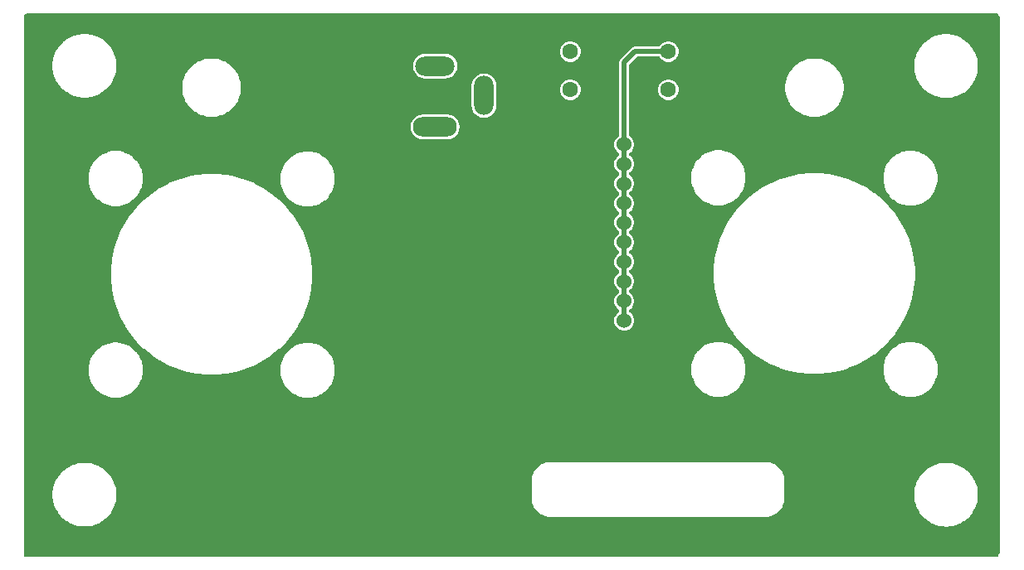
<source format=gbl>
G04*
G04 #@! TF.GenerationSoftware,Altium Limited,CircuitMaker,2.2.1 (2.2.1.6)*
G04*
G04 Layer_Physical_Order=2*
G04 Layer_Color=11436288*
%FSLAX25Y25*%
%MOIN*%
G70*
G04*
G04 #@! TF.SameCoordinates,1CA14471-211C-46C3-BCAE-CC66E2904901*
G04*
G04*
G04 #@! TF.FilePolarity,Positive*
G04*
G01*
G75*
%ADD10C,0.01968*%
%ADD20O,0.07874X0.15748*%
%ADD21O,0.15748X0.07874*%
%ADD22O,0.17716X0.07874*%
%ADD23C,0.06000*%
%ADD24C,0.06299*%
G36*
X390651Y218423D02*
X391147Y218091D01*
X391291Y218062D01*
X391319Y217919D01*
X391651Y217423D01*
X391732Y217368D01*
Y1136D01*
X391651Y1081D01*
X391319Y585D01*
X391203Y0D01*
X0D01*
Y217974D01*
X585Y218091D01*
X1081Y218423D01*
X1136Y218504D01*
X390596D01*
X390651Y218423D01*
D02*
G37*
%LPC*%
G36*
X24926Y210224D02*
X24154Y210224D01*
X24154Y210224D01*
X23382Y210224D01*
X23316Y210211D01*
X23249Y210215D01*
X21717Y210014D01*
X21654Y209992D01*
X21587Y209988D01*
X20095Y209588D01*
X20034Y209558D01*
X19968Y209545D01*
X18541Y208954D01*
X18486Y208917D01*
X18422Y208895D01*
X17084Y208123D01*
X17034Y208079D01*
X16973Y208049D01*
X15748Y207108D01*
X15704Y207058D01*
X15648Y207021D01*
X14556Y205928D01*
X14518Y205873D01*
X14468Y205828D01*
X13528Y204603D01*
X13498Y204543D01*
X13453Y204492D01*
X12681Y203154D01*
X12660Y203091D01*
X12622Y203035D01*
X12031Y201608D01*
X12018Y201542D01*
X11988Y201482D01*
X11588Y199990D01*
X11584Y199923D01*
X11563Y199859D01*
X11361Y198328D01*
X11365Y198260D01*
X11352Y198195D01*
Y197422D01*
X11352Y196650D01*
X11365Y196584D01*
X11361Y196517D01*
X11563Y194986D01*
X11584Y194922D01*
X11588Y194855D01*
X11988Y193363D01*
X12018Y193303D01*
X12031Y193237D01*
X12622Y191810D01*
X12660Y191754D01*
X12681Y191690D01*
X13453Y190353D01*
X13498Y190302D01*
X13528Y190242D01*
X14468Y189016D01*
X14518Y188972D01*
X14556Y188916D01*
X15648Y187824D01*
X15704Y187787D01*
X15748Y187736D01*
X16973Y186796D01*
X17034Y186766D01*
X17084Y186722D01*
X18422Y185950D01*
X18485Y185928D01*
X18541Y185890D01*
X19968Y185299D01*
X20034Y185286D01*
X20095Y185257D01*
X21587Y184857D01*
X21654Y184852D01*
X21717Y184831D01*
X23249Y184629D01*
X23316Y184634D01*
X23382Y184620D01*
X24154Y184620D01*
X24926Y184620D01*
X24992Y184634D01*
X25059Y184629D01*
X26591Y184831D01*
X26654Y184852D01*
X26721Y184857D01*
X28213Y185257D01*
X28274Y185286D01*
X28339Y185299D01*
X29766Y185890D01*
X29822Y185928D01*
X29886Y185949D01*
X31224Y186722D01*
X31274Y186766D01*
X31335Y186796D01*
X32560Y187736D01*
X32604Y187786D01*
X32660Y187824D01*
X33752Y188916D01*
X33790Y188972D01*
X33840Y189016D01*
X34780Y190242D01*
X34810Y190302D01*
X34855Y190352D01*
X35627Y191690D01*
X35649Y191754D01*
X35686Y191810D01*
X36277Y193237D01*
X36290Y193303D01*
X36320Y193363D01*
X36720Y194855D01*
X36724Y194922D01*
X36746Y194986D01*
X36947Y196517D01*
X36943Y196584D01*
X36956Y196650D01*
X36956Y197422D01*
X36956Y197423D01*
X36956Y198195D01*
X36943Y198260D01*
X36947Y198328D01*
X36745Y199859D01*
X36724Y199923D01*
X36719Y199990D01*
X36320Y201482D01*
X36290Y201542D01*
X36277Y201608D01*
X35686Y203035D01*
X35648Y203091D01*
X35627Y203154D01*
X34855Y204492D01*
X34810Y204542D01*
X34780Y204603D01*
X33840Y205828D01*
X33790Y205873D01*
X33752Y205928D01*
X32660Y207021D01*
X32604Y207058D01*
X32560Y207108D01*
X31335Y208049D01*
X31274Y208079D01*
X31224Y208123D01*
X29886Y208895D01*
X29822Y208917D01*
X29766Y208954D01*
X28340Y209545D01*
X28274Y209558D01*
X28213Y209588D01*
X26721Y209988D01*
X26654Y209992D01*
X26591Y210014D01*
X25059Y210215D01*
X24992Y210211D01*
X24926Y210224D01*
D02*
G37*
G36*
X370993Y210077D02*
X370221Y210077D01*
X370221Y210077D01*
X369448Y210077D01*
X369383Y210064D01*
X369315Y210069D01*
X367784Y209867D01*
X367720Y209845D01*
X367653Y209841D01*
X366161Y209441D01*
X366101Y209412D01*
X366035Y209398D01*
X364608Y208807D01*
X364552Y208770D01*
X364489Y208748D01*
X363151Y207976D01*
X363100Y207932D01*
X363040Y207902D01*
X361815Y206962D01*
X361770Y206911D01*
X361715Y206874D01*
X360622Y205782D01*
X360585Y205726D01*
X360535Y205681D01*
X359594Y204456D01*
X359564Y204396D01*
X359520Y204345D01*
X358748Y203008D01*
X358726Y202944D01*
X358689Y202888D01*
X358098Y201461D01*
X358085Y201395D01*
X358055Y201335D01*
X357655Y199843D01*
X357651Y199776D01*
X357629Y199712D01*
X357428Y198181D01*
X357432Y198114D01*
X357419Y198048D01*
Y197276D01*
X357419Y196503D01*
X357432Y196437D01*
X357428Y196370D01*
X357629Y194839D01*
X357651Y194775D01*
X357655Y194708D01*
X358055Y193216D01*
X358085Y193156D01*
X358098Y193090D01*
X358689Y191663D01*
X358726Y191607D01*
X358748Y191543D01*
X359520Y190206D01*
X359564Y190155D01*
X359594Y190095D01*
X360534Y188870D01*
X360585Y188825D01*
X360622Y188769D01*
X361714Y187677D01*
X361770Y187640D01*
X361815Y187589D01*
X363040Y186649D01*
X363100Y186619D01*
X363151Y186575D01*
X364489Y185803D01*
X364552Y185781D01*
X364608Y185744D01*
X366035Y185153D01*
X366101Y185140D01*
X366161Y185110D01*
X367653Y184710D01*
X367720Y184706D01*
X367784Y184684D01*
X369315Y184483D01*
X369383Y184487D01*
X369448Y184474D01*
X370221Y184474D01*
X370993Y184474D01*
X371059Y184487D01*
X371126Y184483D01*
X372657Y184684D01*
X372721Y184706D01*
X372788Y184710D01*
X374280Y185110D01*
X374340Y185140D01*
X374406Y185153D01*
X375833Y185744D01*
X375889Y185781D01*
X375953Y185803D01*
X377290Y186575D01*
X377341Y186619D01*
X377401Y186649D01*
X378627Y187589D01*
X378671Y187640D01*
X378727Y187677D01*
X379819Y188769D01*
X379856Y188825D01*
X379907Y188870D01*
X380847Y190095D01*
X380877Y190155D01*
X380921Y190206D01*
X381694Y191543D01*
X381715Y191607D01*
X381752Y191663D01*
X382344Y193090D01*
X382357Y193156D01*
X382386Y193216D01*
X382786Y194708D01*
X382790Y194775D01*
X382812Y194839D01*
X383014Y196370D01*
X383009Y196437D01*
X383022Y196503D01*
X383022Y197276D01*
X383022Y197276D01*
X383022Y198048D01*
X383009Y198114D01*
X383014Y198181D01*
X382812Y199712D01*
X382790Y199776D01*
X382786Y199843D01*
X382386Y201335D01*
X382357Y201395D01*
X382344Y201461D01*
X381752Y202888D01*
X381715Y202944D01*
X381694Y203008D01*
X380921Y204345D01*
X380877Y204396D01*
X380847Y204456D01*
X379907Y205681D01*
X379856Y205726D01*
X379819Y205782D01*
X378727Y206874D01*
X378671Y206911D01*
X378627Y206962D01*
X377401Y207902D01*
X377341Y207932D01*
X377290Y207976D01*
X375953Y208748D01*
X375889Y208770D01*
X375833Y208807D01*
X374406Y209398D01*
X374340Y209412D01*
X374280Y209441D01*
X372788Y209841D01*
X372721Y209845D01*
X372657Y209867D01*
X371126Y210069D01*
X371059Y210064D01*
X370993Y210077D01*
D02*
G37*
G36*
X318069Y200325D02*
X317366Y200325D01*
D01*
X316664Y200325D01*
X316598Y200312D01*
X316530Y200317D01*
X315137Y200133D01*
X315073Y200112D01*
X315006Y200107D01*
X313648Y199743D01*
X313588Y199714D01*
X313522Y199700D01*
X312223Y199163D01*
X312167Y199125D01*
X312104Y199104D01*
X310886Y198401D01*
X310836Y198356D01*
X310775Y198327D01*
X309660Y197471D01*
X309616Y197420D01*
X309560Y197383D01*
X308566Y196389D01*
X308529Y196333D01*
X308478Y196289D01*
X307623Y195174D01*
X307593Y195113D01*
X307548Y195063D01*
X306846Y193845D01*
X306824Y193782D01*
X306787Y193726D01*
X306249Y192427D01*
X306236Y192361D01*
X306206Y192301D01*
X305842Y190943D01*
X305838Y190876D01*
X305816Y190812D01*
X305633Y189419D01*
X305637Y189351D01*
X305624Y189286D01*
X305624Y188583D01*
X305624Y187880D01*
X305637Y187814D01*
X305633Y187747D01*
X305816Y186353D01*
X305838Y186290D01*
X305842Y186222D01*
X306206Y184865D01*
X306236Y184804D01*
X306249Y184738D01*
X306787Y183440D01*
X306824Y183384D01*
X306846Y183320D01*
X307548Y182103D01*
X307593Y182052D01*
X307623Y181992D01*
X308478Y180877D01*
X308529Y180832D01*
X308566Y180776D01*
X309560Y179782D01*
X309616Y179745D01*
X309660Y179694D01*
X310775Y178839D01*
X310836Y178809D01*
X310886Y178764D01*
X312104Y178062D01*
X312167Y178040D01*
X312223Y178003D01*
X313522Y177465D01*
X313588Y177452D01*
X313648Y177422D01*
X315006Y177058D01*
X315073Y177053D01*
X315137Y177032D01*
X316530Y176848D01*
X316598Y176853D01*
X316664Y176840D01*
X317366Y176840D01*
D01*
X318069Y176840D01*
X318135Y176853D01*
X318202Y176848D01*
X319596Y177032D01*
X319660Y177053D01*
X319727Y177058D01*
X321085Y177422D01*
X321145Y177451D01*
X321211Y177464D01*
X322510Y178002D01*
X322566Y178040D01*
X322629Y178061D01*
X323847Y178764D01*
X323897Y178809D01*
X323957Y178838D01*
X325073Y179694D01*
X325117Y179745D01*
X325173Y179782D01*
X326167Y180776D01*
X326204Y180832D01*
X326255Y180876D01*
X327111Y181992D01*
X327140Y182052D01*
X327185Y182102D01*
X327888Y183320D01*
X327909Y183384D01*
X327947Y183439D01*
X328485Y184738D01*
X328498Y184804D01*
X328527Y184864D01*
X328891Y186222D01*
X328896Y186289D01*
X328917Y186353D01*
X329101Y187747D01*
X329096Y187814D01*
X329109Y187880D01*
X329109Y188583D01*
X329109Y188583D01*
X329109Y189286D01*
X329096Y189351D01*
X329101Y189419D01*
X328917Y190812D01*
X328895Y190876D01*
X328891Y190943D01*
X328527Y192301D01*
X328498Y192361D01*
X328485Y192427D01*
X327946Y193726D01*
X327909Y193782D01*
X327888Y193845D01*
X327185Y195063D01*
X327140Y195113D01*
X327111Y195174D01*
X326255Y196289D01*
X326204Y196333D01*
X326167Y196389D01*
X325173Y197383D01*
X325117Y197421D01*
X325073Y197471D01*
X323957Y198327D01*
X323897Y198356D01*
X323847Y198401D01*
X322629Y199104D01*
X322566Y199125D01*
X322510Y199163D01*
X321211Y199701D01*
X321145Y199714D01*
X321084Y199743D01*
X319727Y200107D01*
X319660Y200112D01*
X319596Y200133D01*
X318202Y200317D01*
X318135Y200312D01*
X318069Y200325D01*
D02*
G37*
G36*
X75899D02*
X75196Y200325D01*
D01*
X74494Y200325D01*
X74428Y200312D01*
X74361Y200317D01*
X72967Y200133D01*
X72903Y200112D01*
X72836Y200107D01*
X71478Y199743D01*
X71418Y199714D01*
X71352Y199700D01*
X70053Y199163D01*
X69998Y199125D01*
X69934Y199104D01*
X68717Y198401D01*
X68666Y198356D01*
X68606Y198327D01*
X67491Y197471D01*
X67446Y197420D01*
X67390Y197383D01*
X66396Y196389D01*
X66359Y196333D01*
X66308Y196289D01*
X65453Y195174D01*
X65423Y195113D01*
X65379Y195063D01*
X64676Y193845D01*
X64654Y193782D01*
X64617Y193726D01*
X64079Y192427D01*
X64066Y192361D01*
X64036Y192301D01*
X63672Y190943D01*
X63668Y190876D01*
X63646Y190812D01*
X63463Y189419D01*
X63467Y189351D01*
X63454Y189286D01*
X63454Y188583D01*
X63454Y187880D01*
X63467Y187814D01*
X63463Y187747D01*
X63646Y186353D01*
X63668Y186290D01*
X63672Y186222D01*
X64036Y184865D01*
X64066Y184804D01*
X64079Y184738D01*
X64617Y183440D01*
X64654Y183384D01*
X64676Y183320D01*
X65378Y182103D01*
X65423Y182052D01*
X65453Y181992D01*
X66308Y180877D01*
X66359Y180832D01*
X66396Y180776D01*
X67390Y179782D01*
X67446Y179745D01*
X67490Y179694D01*
X68606Y178839D01*
X68666Y178809D01*
X68717Y178764D01*
X69934Y178062D01*
X69998Y178040D01*
X70053Y178003D01*
X71352Y177465D01*
X71418Y177452D01*
X71478Y177422D01*
X72836Y177058D01*
X72903Y177053D01*
X72967Y177032D01*
X74361Y176848D01*
X74428Y176853D01*
X74494Y176840D01*
X75196Y176840D01*
D01*
X75899Y176840D01*
X75965Y176853D01*
X76032Y176848D01*
X77426Y177032D01*
X77490Y177053D01*
X77557Y177058D01*
X78915Y177422D01*
X78975Y177451D01*
X79041Y177464D01*
X80340Y178002D01*
X80396Y178040D01*
X80459Y178061D01*
X81677Y178764D01*
X81727Y178809D01*
X81788Y178838D01*
X82903Y179694D01*
X82947Y179745D01*
X83003Y179782D01*
X83997Y180776D01*
X84035Y180832D01*
X84085Y180876D01*
X84941Y181992D01*
X84971Y182052D01*
X85015Y182102D01*
X85718Y183320D01*
X85739Y183384D01*
X85777Y183439D01*
X86315Y184738D01*
X86328Y184804D01*
X86358Y184864D01*
X86721Y186222D01*
X86726Y186289D01*
X86747Y186353D01*
X86931Y187747D01*
X86926Y187814D01*
X86940Y187880D01*
X86940Y188583D01*
X86940Y188583D01*
X86940Y189286D01*
X86926Y189351D01*
X86931Y189419D01*
X86747Y190812D01*
X86726Y190876D01*
X86721Y190943D01*
X86357Y192301D01*
X86328Y192361D01*
X86315Y192427D01*
X85777Y193726D01*
X85739Y193782D01*
X85718Y193845D01*
X85015Y195063D01*
X84970Y195113D01*
X84941Y195174D01*
X84085Y196289D01*
X84034Y196333D01*
X83997Y196389D01*
X83003Y197383D01*
X82947Y197421D01*
X82903Y197471D01*
X81788Y198327D01*
X81727Y198356D01*
X81677Y198401D01*
X80459Y199104D01*
X80396Y199125D01*
X80340Y199163D01*
X79041Y199701D01*
X78975Y199714D01*
X78915Y199743D01*
X77557Y200107D01*
X77490Y200112D01*
X77426Y200133D01*
X76032Y200317D01*
X75965Y200312D01*
X75899Y200325D01*
D02*
G37*
G36*
X259208Y207299D02*
X258115D01*
X257060Y207016D01*
X256114Y206470D01*
X255341Y205697D01*
X255038Y205173D01*
X245276D01*
X244501Y205019D01*
X243845Y204580D01*
X239514Y200250D01*
X239076Y199593D01*
X238922Y198819D01*
Y169199D01*
X238489Y168949D01*
X237744Y168204D01*
X237217Y167292D01*
X236945Y166275D01*
Y165221D01*
X237217Y164204D01*
X237744Y163292D01*
X238489Y162547D01*
X238922Y162297D01*
Y161325D01*
X238489Y161075D01*
X237744Y160330D01*
X237217Y159418D01*
X236945Y158401D01*
Y157347D01*
X237217Y156330D01*
X237744Y155418D01*
X238489Y154673D01*
X238922Y154423D01*
Y153451D01*
X238489Y153201D01*
X237744Y152456D01*
X237217Y151544D01*
X236945Y150527D01*
Y149473D01*
X237217Y148456D01*
X237744Y147544D01*
X238489Y146799D01*
X238922Y146549D01*
Y145577D01*
X238489Y145327D01*
X237744Y144582D01*
X237217Y143670D01*
X236945Y142653D01*
Y141599D01*
X237217Y140582D01*
X237744Y139670D01*
X238489Y138925D01*
X238922Y138675D01*
Y137703D01*
X238489Y137453D01*
X237744Y136708D01*
X237217Y135796D01*
X236945Y134779D01*
Y133725D01*
X237217Y132708D01*
X237744Y131796D01*
X238489Y131051D01*
X238922Y130801D01*
Y129829D01*
X238489Y129579D01*
X237744Y128834D01*
X237217Y127922D01*
X236945Y126905D01*
Y125851D01*
X237217Y124834D01*
X237744Y123922D01*
X238489Y123177D01*
X238922Y122927D01*
Y121955D01*
X238489Y121705D01*
X237744Y120960D01*
X237217Y120048D01*
X236945Y119030D01*
Y117977D01*
X237217Y116960D01*
X237744Y116048D01*
X238489Y115303D01*
X238922Y115053D01*
Y114081D01*
X238489Y113831D01*
X237744Y113086D01*
X237217Y112174D01*
X236945Y111156D01*
Y110103D01*
X237217Y109086D01*
X237744Y108174D01*
X238489Y107429D01*
X238922Y107179D01*
Y106207D01*
X238489Y105957D01*
X237744Y105212D01*
X237217Y104300D01*
X236945Y103282D01*
Y102229D01*
X237217Y101212D01*
X237744Y100300D01*
X238489Y99555D01*
X238922Y99305D01*
Y98333D01*
X238489Y98083D01*
X237744Y97338D01*
X237217Y96426D01*
X236945Y95408D01*
Y94355D01*
X237217Y93338D01*
X237744Y92426D01*
X238489Y91681D01*
X239401Y91154D01*
X240418Y90882D01*
X241472D01*
X242489Y91154D01*
X243401Y91681D01*
X244146Y92426D01*
X244672Y93338D01*
X244945Y94355D01*
Y95408D01*
X244672Y96426D01*
X244146Y97338D01*
X243401Y98083D01*
X242968Y98333D01*
Y99305D01*
X243401Y99555D01*
X244146Y100300D01*
X244672Y101212D01*
X244945Y102229D01*
Y103282D01*
X244672Y104300D01*
X244146Y105212D01*
X243401Y105957D01*
X242968Y106207D01*
Y107179D01*
X243401Y107429D01*
X244146Y108174D01*
X244672Y109086D01*
X244945Y110103D01*
Y111156D01*
X244672Y112174D01*
X244146Y113086D01*
X243401Y113831D01*
X242968Y114081D01*
Y115053D01*
X243401Y115303D01*
X244146Y116048D01*
X244672Y116960D01*
X244945Y117977D01*
Y119030D01*
X244672Y120048D01*
X244146Y120960D01*
X243401Y121705D01*
X242968Y121955D01*
Y122927D01*
X243401Y123177D01*
X244146Y123922D01*
X244672Y124834D01*
X244945Y125851D01*
Y126905D01*
X244672Y127922D01*
X244146Y128834D01*
X243401Y129579D01*
X242968Y129829D01*
Y130801D01*
X243401Y131051D01*
X244146Y131796D01*
X244672Y132708D01*
X244945Y133725D01*
Y134779D01*
X244672Y135796D01*
X244146Y136708D01*
X243401Y137453D01*
X242968Y137703D01*
Y138675D01*
X243401Y138925D01*
X244146Y139670D01*
X244672Y140582D01*
X244945Y141599D01*
Y142653D01*
X244672Y143670D01*
X244146Y144582D01*
X243401Y145327D01*
X242968Y145577D01*
Y146549D01*
X243401Y146799D01*
X244146Y147544D01*
X244672Y148456D01*
X244945Y149473D01*
Y150527D01*
X244672Y151544D01*
X244146Y152456D01*
X243401Y153201D01*
X242968Y153451D01*
Y154423D01*
X243401Y154673D01*
X244146Y155418D01*
X244672Y156330D01*
X244945Y157347D01*
Y158401D01*
X244672Y159418D01*
X244146Y160330D01*
X243401Y161075D01*
X242968Y161325D01*
Y162297D01*
X243401Y162547D01*
X244146Y163292D01*
X244672Y164204D01*
X244945Y165221D01*
Y166275D01*
X244672Y167292D01*
X244146Y168204D01*
X243401Y168949D01*
X242968Y169199D01*
Y197981D01*
X246114Y201127D01*
X255038D01*
X255341Y200602D01*
X256114Y199829D01*
X257060Y199283D01*
X258115Y199000D01*
X259208D01*
X260263Y199283D01*
X261209Y199829D01*
X261982Y200602D01*
X262528Y201548D01*
X262811Y202603D01*
Y203696D01*
X262528Y204751D01*
X261982Y205697D01*
X261209Y206470D01*
X260263Y207016D01*
X259208Y207299D01*
D02*
G37*
G36*
X219838D02*
X218745D01*
X217690Y207016D01*
X216743Y206470D01*
X215971Y205697D01*
X215424Y204751D01*
X215142Y203696D01*
Y202603D01*
X215424Y201548D01*
X215971Y200602D01*
X216743Y199829D01*
X217690Y199283D01*
X218745Y199000D01*
X219838D01*
X220893Y199283D01*
X221839Y199829D01*
X222612Y200602D01*
X223158Y201548D01*
X223441Y202603D01*
Y203696D01*
X223158Y204751D01*
X222612Y205697D01*
X221839Y206470D01*
X220893Y207016D01*
X219838Y207299D01*
D02*
G37*
G36*
X168898Y202224D02*
X161024D01*
X159735Y202054D01*
X158534Y201557D01*
X157502Y200765D01*
X156711Y199734D01*
X156214Y198533D01*
X156044Y197244D01*
X156214Y195955D01*
X156711Y194754D01*
X157502Y193723D01*
X158534Y192932D01*
X159735Y192434D01*
X161024Y192264D01*
X168898D01*
X170186Y192434D01*
X171387Y192932D01*
X172419Y193723D01*
X173210Y194754D01*
X173708Y195955D01*
X173877Y197244D01*
X173708Y198533D01*
X173210Y199734D01*
X172419Y200765D01*
X171387Y201557D01*
X170186Y202054D01*
X168898Y202224D01*
D02*
G37*
G36*
X259208Y191945D02*
X258115D01*
X257060Y191662D01*
X256114Y191116D01*
X255341Y190343D01*
X254795Y189397D01*
X254512Y188342D01*
Y187249D01*
X254795Y186194D01*
X255341Y185247D01*
X256114Y184475D01*
X257060Y183929D01*
X258115Y183646D01*
X259208D01*
X260263Y183929D01*
X261209Y184475D01*
X261982Y185247D01*
X262528Y186194D01*
X262811Y187249D01*
Y188342D01*
X262528Y189397D01*
X261982Y190343D01*
X261209Y191116D01*
X260263Y191662D01*
X259208Y191945D01*
D02*
G37*
G36*
X219838D02*
X218745D01*
X217690Y191662D01*
X216743Y191116D01*
X215971Y190343D01*
X215424Y189397D01*
X215142Y188342D01*
Y187249D01*
X215424Y186194D01*
X215971Y185247D01*
X216743Y184475D01*
X217690Y183929D01*
X218745Y183646D01*
X219838D01*
X220893Y183929D01*
X221839Y184475D01*
X222612Y185247D01*
X223158Y186194D01*
X223441Y187249D01*
Y188342D01*
X223158Y189397D01*
X222612Y190343D01*
X221839Y191116D01*
X220893Y191662D01*
X219838Y191945D01*
D02*
G37*
G36*
X184646Y194350D02*
X183357Y194180D01*
X182156Y193683D01*
X181124Y192891D01*
X180333Y191860D01*
X179836Y190659D01*
X179666Y189370D01*
Y181496D01*
X179836Y180207D01*
X180333Y179006D01*
X181124Y177975D01*
X182156Y177184D01*
X183357Y176686D01*
X184646Y176516D01*
X185934Y176686D01*
X187136Y177184D01*
X188167Y177975D01*
X188958Y179006D01*
X189456Y180207D01*
X189625Y181496D01*
Y189370D01*
X189456Y190659D01*
X188958Y191860D01*
X188167Y192891D01*
X187136Y193683D01*
X185934Y194180D01*
X184646Y194350D01*
D02*
G37*
G36*
X169882Y177814D02*
X160039D01*
X158750Y177645D01*
X157550Y177147D01*
X156518Y176356D01*
X155727Y175324D01*
X155229Y174124D01*
X155060Y172835D01*
X155229Y171546D01*
X155727Y170345D01*
X156518Y169314D01*
X157550Y168522D01*
X158750Y168025D01*
X160039Y167855D01*
X169882D01*
X171171Y168025D01*
X172372Y168522D01*
X173403Y169314D01*
X174194Y170345D01*
X174692Y171546D01*
X174862Y172835D01*
X174692Y174124D01*
X174194Y175324D01*
X173403Y176356D01*
X172372Y177147D01*
X171171Y177645D01*
X169882Y177814D01*
D02*
G37*
G36*
X315389Y154169D02*
X315339Y154159D01*
X315289Y154164D01*
X311439Y153785D01*
X311391Y153770D01*
X311340D01*
X307546Y153016D01*
X307500Y152996D01*
X307449Y152991D01*
X303747Y151868D01*
X303703Y151845D01*
X303653Y151835D01*
X300079Y150355D01*
X300037Y150326D01*
X299989Y150312D01*
X296578Y148488D01*
X296538Y148456D01*
X296492Y148437D01*
X293275Y146288D01*
X293240Y146252D01*
X293195Y146228D01*
X290205Y143774D01*
X290173Y143735D01*
X290131Y143707D01*
X287395Y140972D01*
X287367Y140930D01*
X287328Y140898D01*
X284874Y137907D01*
X284850Y137863D01*
X284815Y137827D01*
X282665Y134611D01*
X282646Y134564D01*
X282614Y134525D01*
X280791Y131113D01*
X280776Y131065D01*
X280748Y131023D01*
X279268Y127449D01*
X279258Y127399D01*
X279234Y127355D01*
X278111Y123653D01*
X278106Y123603D01*
X278087Y123556D01*
X277332Y119762D01*
Y119712D01*
X277317Y119663D01*
X276938Y115814D01*
X276943Y115763D01*
X276933Y115714D01*
Y113779D01*
Y113779D01*
X276933Y111845D01*
X276943Y111796D01*
X276938Y111745D01*
X277317Y107896D01*
X277332Y107847D01*
Y107797D01*
X278086Y104003D01*
X278106Y103956D01*
X278111Y103906D01*
X279234Y100204D01*
X279257Y100160D01*
X279267Y100110D01*
X280748Y96536D01*
X280776Y96494D01*
X280790Y96446D01*
X282614Y93034D01*
X282646Y92995D01*
X282665Y92948D01*
X284814Y89732D01*
X284850Y89696D01*
X284874Y89652D01*
X287328Y86661D01*
X287367Y86629D01*
X287395Y86587D01*
X290130Y83852D01*
X290173Y83824D01*
X290205Y83785D01*
X293195Y81331D01*
X293239Y81307D01*
X293275Y81271D01*
X296492Y79122D01*
X296538Y79103D01*
X296577Y79071D01*
X299989Y77247D01*
X300037Y77232D01*
X300079Y77204D01*
X303653Y75724D01*
X303703Y75714D01*
X303747Y75690D01*
X307449Y74567D01*
X307499Y74563D01*
X307546Y74543D01*
X311340Y73788D01*
X311391D01*
X311439Y73774D01*
X315289Y73395D01*
X315339Y73400D01*
X315389Y73390D01*
X317323Y73390D01*
X319257Y73390D01*
X319306Y73400D01*
X319357Y73395D01*
X323206Y73774D01*
X323255Y73788D01*
X323306D01*
X327099Y74543D01*
X327146Y74563D01*
X327197Y74567D01*
X330898Y75690D01*
X330943Y75714D01*
X330992Y75724D01*
X334566Y77204D01*
X334608Y77232D01*
X334657Y77247D01*
X338068Y79071D01*
X338107Y79103D01*
X338154Y79122D01*
X341370Y81271D01*
X341406Y81307D01*
X341451Y81331D01*
X344441Y83785D01*
X344473Y83824D01*
X344515Y83852D01*
X347250Y86587D01*
X347278Y86629D01*
X347318Y86661D01*
X349772Y89652D01*
X349795Y89696D01*
X349831Y89732D01*
X351980Y92948D01*
X352000Y92995D01*
X352032Y93034D01*
X353855Y96446D01*
X353870Y96494D01*
X353898Y96536D01*
X355378Y100110D01*
X355388Y100160D01*
X355412Y100204D01*
X356535Y103906D01*
X356540Y103956D01*
X356559Y104003D01*
X357314Y107797D01*
Y107847D01*
X357329Y107896D01*
X357708Y111745D01*
X357703Y111796D01*
X357713Y111845D01*
X357712Y113779D01*
X357712Y113780D01*
X357712Y115714D01*
X357702Y115763D01*
X357708Y115814D01*
X357328Y119663D01*
X357314Y119711D01*
Y119762D01*
X356559Y123556D01*
X356540Y123603D01*
X356535Y123653D01*
X355412Y127355D01*
X355388Y127399D01*
X355378Y127449D01*
X353898Y131023D01*
X353870Y131065D01*
X353855Y131113D01*
X352031Y134524D01*
X351999Y134564D01*
X351980Y134610D01*
X349831Y137827D01*
X349795Y137862D01*
X349771Y137907D01*
X347317Y140897D01*
X347278Y140929D01*
X347250Y140971D01*
X344515Y143706D01*
X344473Y143734D01*
X344441Y143773D01*
X341450Y146227D01*
X341406Y146251D01*
X341370Y146287D01*
X338154Y148436D01*
X338107Y148455D01*
X338068Y148487D01*
X334656Y150311D01*
X334608Y150326D01*
X334566Y150354D01*
X330992Y151834D01*
X330943Y151844D01*
X330898Y151868D01*
X327196Y152990D01*
X327146Y152995D01*
X327099Y153015D01*
X323305Y153769D01*
X323255D01*
X323206Y153784D01*
X319357Y154163D01*
X319306Y154158D01*
X319257Y154168D01*
X317329Y154168D01*
X317323Y154169D01*
X315389Y154169D01*
D02*
G37*
G36*
X73263Y153874D02*
X73213Y153864D01*
X73163Y153869D01*
X69313Y153490D01*
X69265Y153475D01*
X69214D01*
X65420Y152720D01*
X65373Y152701D01*
X65323Y152696D01*
X61621Y151573D01*
X61577Y151549D01*
X61527Y151540D01*
X57953Y150059D01*
X57911Y150031D01*
X57863Y150016D01*
X54452Y148193D01*
X54412Y148161D01*
X54366Y148142D01*
X51149Y145992D01*
X51114Y145957D01*
X51069Y145933D01*
X48079Y143479D01*
X48047Y143440D01*
X48005Y143412D01*
X45269Y140676D01*
X45241Y140634D01*
X45202Y140602D01*
X42748Y137612D01*
X42724Y137567D01*
X42689Y137532D01*
X40540Y134315D01*
X40520Y134269D01*
X40488Y134230D01*
X38665Y130818D01*
X38650Y130770D01*
X38622Y130728D01*
X37141Y127154D01*
X37132Y127104D01*
X37108Y127059D01*
X35985Y123358D01*
X35980Y123308D01*
X35961Y123261D01*
X35206Y119467D01*
Y119416D01*
X35191Y119368D01*
X34812Y115518D01*
X34817Y115468D01*
X34807Y115418D01*
Y113484D01*
Y113484D01*
X34807Y111550D01*
X34817Y111501D01*
X34812Y111450D01*
X35191Y107600D01*
X35206Y107552D01*
Y107501D01*
X35960Y103708D01*
X35980Y103661D01*
X35985Y103611D01*
X37108Y99909D01*
X37132Y99864D01*
X37141Y99815D01*
X38622Y96241D01*
X38650Y96199D01*
X38664Y96150D01*
X40488Y92739D01*
X40520Y92700D01*
X40539Y92653D01*
X42688Y89437D01*
X42724Y89401D01*
X42748Y89356D01*
X45202Y86366D01*
X45241Y86334D01*
X45269Y86292D01*
X48004Y83557D01*
X48046Y83529D01*
X48079Y83489D01*
X51069Y81035D01*
X51113Y81012D01*
X51149Y80976D01*
X54366Y78827D01*
X54412Y78807D01*
X54451Y78775D01*
X57863Y76952D01*
X57911Y76937D01*
X57953Y76909D01*
X61527Y75429D01*
X61577Y75419D01*
X61621Y75395D01*
X65323Y74272D01*
X65373Y74267D01*
X65420Y74248D01*
X69214Y73493D01*
X69265D01*
X69313Y73479D01*
X73163Y73099D01*
X73213Y73104D01*
X73263Y73095D01*
X75197Y73095D01*
X77131Y73095D01*
X77180Y73104D01*
X77231Y73099D01*
X81081Y73479D01*
X81129Y73493D01*
X81179D01*
X84973Y74248D01*
X85020Y74267D01*
X85071Y74272D01*
X88772Y75395D01*
X88817Y75419D01*
X88866Y75429D01*
X92440Y76909D01*
X92482Y76937D01*
X92531Y76952D01*
X95942Y78775D01*
X95981Y78807D01*
X96028Y78827D01*
X99244Y80976D01*
X99280Y81012D01*
X99325Y81035D01*
X102315Y83489D01*
X102347Y83529D01*
X102389Y83557D01*
X105124Y86292D01*
X105152Y86334D01*
X105192Y86366D01*
X107646Y89356D01*
X107669Y89401D01*
X107705Y89437D01*
X109854Y92653D01*
X109874Y92700D01*
X109906Y92739D01*
X111729Y96150D01*
X111744Y96199D01*
X111772Y96241D01*
X113252Y99815D01*
X113262Y99864D01*
X113286Y99909D01*
X114409Y103611D01*
X114414Y103661D01*
X114433Y103708D01*
X115188Y107501D01*
Y107552D01*
X115202Y107600D01*
X115582Y111450D01*
X115577Y111501D01*
X115586Y111550D01*
X115586Y113484D01*
X115586Y113484D01*
X115586Y115418D01*
X115577Y115468D01*
X115582Y115518D01*
X115202Y119368D01*
X115188Y119416D01*
Y119467D01*
X114433Y123261D01*
X114414Y123307D01*
X114409Y123358D01*
X113286Y127059D01*
X113262Y127104D01*
X113252Y127154D01*
X111772Y130727D01*
X111744Y130769D01*
X111729Y130818D01*
X109905Y134229D01*
X109873Y134268D01*
X109854Y134315D01*
X107705Y137531D01*
X107669Y137567D01*
X107645Y137612D01*
X105191Y140602D01*
X105152Y140634D01*
X105124Y140676D01*
X102389Y143411D01*
X102347Y143439D01*
X102315Y143478D01*
X99324Y145932D01*
X99280Y145956D01*
X99244Y145992D01*
X96028Y148141D01*
X95981Y148160D01*
X95942Y148192D01*
X92530Y150016D01*
X92482Y150030D01*
X92440Y150058D01*
X88866Y151539D01*
X88817Y151549D01*
X88772Y151572D01*
X85070Y152695D01*
X85020Y152700D01*
X84973Y152719D01*
X81179Y153474D01*
X81129D01*
X81080Y153489D01*
X77231Y153868D01*
X77180Y153863D01*
X77131Y153873D01*
X75203Y153873D01*
X75197Y153874D01*
X73263Y153874D01*
D02*
G37*
G36*
X279758Y163413D02*
X277819D01*
X277721Y163394D01*
X277620D01*
X275719Y163016D01*
X275626Y162977D01*
X275527Y162958D01*
X273736Y162216D01*
X273653Y162160D01*
X273560Y162121D01*
X271948Y161044D01*
X271877Y160973D01*
X271793Y160917D01*
X270422Y159546D01*
X270367Y159463D01*
X270296Y159392D01*
X269218Y157780D01*
X269180Y157687D01*
X269124Y157604D01*
X268382Y155813D01*
X268363Y155714D01*
X268324Y155621D01*
X267946Y153720D01*
Y153619D01*
X267926Y153521D01*
Y152551D01*
Y152158D01*
Y151188D01*
X267946Y151090D01*
Y150989D01*
X268324Y149088D01*
X268363Y148995D01*
X268382Y148897D01*
X269124Y147105D01*
X269180Y147022D01*
X269218Y146929D01*
X270296Y145317D01*
X270367Y145246D01*
X270422Y145162D01*
X271793Y143791D01*
X271877Y143736D01*
X271948Y143665D01*
X273560Y142587D01*
X273653Y142549D01*
X273736Y142493D01*
X275527Y141751D01*
X275626Y141732D01*
X275719Y141693D01*
X277620Y141315D01*
X277721D01*
X277819Y141296D01*
X279758D01*
X279856Y141315D01*
X279957D01*
X281858Y141693D01*
X281951Y141732D01*
X282050Y141751D01*
X283841Y142493D01*
X283924Y142549D01*
X284017Y142587D01*
X285629Y143665D01*
X285700Y143736D01*
X285784Y143791D01*
X287155Y145162D01*
X287210Y145246D01*
X287281Y145317D01*
X288359Y146929D01*
X288397Y147022D01*
X288453Y147105D01*
X289195Y148897D01*
X289214Y148995D01*
X289253Y149088D01*
X289631Y150989D01*
Y151090D01*
X289651Y151188D01*
Y152158D01*
Y152551D01*
Y153521D01*
X289631Y153619D01*
Y153720D01*
X289253Y155621D01*
X289214Y155714D01*
X289195Y155813D01*
X288453Y157604D01*
X288397Y157687D01*
X288359Y157780D01*
X287281Y159392D01*
X287210Y159463D01*
X287155Y159546D01*
X285784Y160917D01*
X285700Y160973D01*
X285629Y161044D01*
X284017Y162121D01*
X283924Y162160D01*
X283841Y162216D01*
X282050Y162958D01*
X281951Y162977D01*
X281858Y163016D01*
X279957Y163394D01*
X279856D01*
X279758Y163413D01*
D02*
G37*
G36*
X356875Y163224D02*
X354936D01*
X354838Y163205D01*
X354737D01*
X352836Y162827D01*
X352743Y162788D01*
X352644Y162768D01*
X350853Y162027D01*
X350770Y161971D01*
X350677Y161932D01*
X349065Y160855D01*
X348994Y160784D01*
X348910Y160728D01*
X347539Y159357D01*
X347484Y159274D01*
X347413Y159203D01*
X346335Y157591D01*
X346297Y157498D01*
X346241Y157415D01*
X345499Y155623D01*
X345480Y155525D01*
X345441Y155432D01*
X345063Y153531D01*
Y153430D01*
X345043Y153332D01*
Y152362D01*
Y151969D01*
Y150999D01*
X345063Y150901D01*
Y150800D01*
X345441Y148899D01*
X345480Y148806D01*
X345499Y148707D01*
X346241Y146916D01*
X346297Y146833D01*
X346335Y146740D01*
X347413Y145128D01*
X347484Y145057D01*
X347539Y144973D01*
X348910Y143602D01*
X348994Y143547D01*
X349065Y143475D01*
X350677Y142398D01*
X350770Y142360D01*
X350853Y142304D01*
X352644Y141562D01*
X352743Y141543D01*
X352836Y141504D01*
X354737Y141126D01*
X354838D01*
X354936Y141106D01*
X356875D01*
X356973Y141126D01*
X357074D01*
X358975Y141504D01*
X359068Y141543D01*
X359167Y141562D01*
X360958Y142304D01*
X361041Y142360D01*
X361134Y142398D01*
X362746Y143475D01*
X362817Y143547D01*
X362901Y143602D01*
X364272Y144973D01*
X364327Y145057D01*
X364399Y145128D01*
X365476Y146740D01*
X365514Y146833D01*
X365570Y146916D01*
X366312Y148707D01*
X366331Y148806D01*
X366370Y148899D01*
X366748Y150800D01*
Y150901D01*
X366768Y150999D01*
Y151969D01*
Y152362D01*
Y153332D01*
X366748Y153430D01*
Y153531D01*
X366370Y155432D01*
X366331Y155525D01*
X366312Y155623D01*
X365570Y157415D01*
X365514Y157498D01*
X365476Y157591D01*
X364399Y159203D01*
X364327Y159274D01*
X364272Y159357D01*
X362901Y160728D01*
X362817Y160784D01*
X362746Y160855D01*
X361134Y161932D01*
X361041Y161971D01*
X360958Y162027D01*
X359167Y162768D01*
X359068Y162788D01*
X358975Y162827D01*
X357074Y163205D01*
X356973D01*
X356875Y163224D01*
D02*
G37*
G36*
X37632Y163118D02*
X35693D01*
X35595Y163099D01*
X35494D01*
X33593Y162720D01*
X33500Y162682D01*
X33401Y162662D01*
X31610Y161920D01*
X31527Y161865D01*
X31434Y161826D01*
X29822Y160749D01*
X29751Y160678D01*
X29667Y160622D01*
X28296Y159251D01*
X28241Y159168D01*
X28170Y159097D01*
X27092Y157485D01*
X27054Y157392D01*
X26998Y157308D01*
X26256Y155517D01*
X26237Y155419D01*
X26198Y155326D01*
X25820Y153424D01*
Y153324D01*
X25800Y153226D01*
Y152256D01*
Y151862D01*
Y150893D01*
X25820Y150794D01*
Y150694D01*
X26198Y148793D01*
X26237Y148700D01*
X26256Y148601D01*
X26998Y146810D01*
X27054Y146727D01*
X27092Y146634D01*
X28170Y145022D01*
X28241Y144951D01*
X28296Y144867D01*
X29667Y143496D01*
X29751Y143440D01*
X29822Y143369D01*
X31434Y142292D01*
X31527Y142254D01*
X31610Y142198D01*
X33401Y141456D01*
X33500Y141437D01*
X33593Y141398D01*
X35494Y141020D01*
X35595D01*
X35693Y141000D01*
X37632D01*
X37730Y141020D01*
X37831D01*
X39732Y141398D01*
X39825Y141437D01*
X39924Y141456D01*
X41715Y142198D01*
X41798Y142254D01*
X41891Y142292D01*
X43503Y143369D01*
X43574Y143440D01*
X43658Y143496D01*
X45029Y144867D01*
X45084Y144951D01*
X45155Y145022D01*
X46233Y146634D01*
X46271Y146727D01*
X46327Y146810D01*
X47069Y148601D01*
X47088Y148700D01*
X47127Y148793D01*
X47505Y150694D01*
Y150794D01*
X47525Y150893D01*
Y151862D01*
Y152256D01*
Y153226D01*
X47505Y153324D01*
Y153424D01*
X47127Y155326D01*
X47088Y155419D01*
X47069Y155517D01*
X46327Y157308D01*
X46271Y157392D01*
X46233Y157485D01*
X45155Y159097D01*
X45084Y159168D01*
X45029Y159251D01*
X43658Y160622D01*
X43574Y160678D01*
X43503Y160749D01*
X41891Y161826D01*
X41798Y161865D01*
X41715Y161920D01*
X39924Y162662D01*
X39825Y162682D01*
X39732Y162720D01*
X37831Y163099D01*
X37730D01*
X37632Y163118D01*
D02*
G37*
G36*
X114749Y162929D02*
X112810D01*
X112712Y162909D01*
X112611D01*
X110710Y162531D01*
X110617Y162493D01*
X110518Y162473D01*
X108727Y161731D01*
X108644Y161675D01*
X108551Y161637D01*
X106939Y160560D01*
X106868Y160489D01*
X106784Y160433D01*
X105413Y159062D01*
X105358Y158979D01*
X105287Y158908D01*
X104209Y157296D01*
X104171Y157203D01*
X104115Y157119D01*
X103373Y155328D01*
X103354Y155229D01*
X103315Y155137D01*
X102937Y153235D01*
Y153135D01*
X102917Y153036D01*
Y152067D01*
Y151673D01*
Y150704D01*
X102937Y150605D01*
Y150505D01*
X103315Y148603D01*
X103354Y148511D01*
X103373Y148412D01*
X104115Y146621D01*
X104171Y146537D01*
X104209Y146445D01*
X105287Y144833D01*
X105358Y144762D01*
X105413Y144678D01*
X106784Y143307D01*
X106868Y143251D01*
X106939Y143180D01*
X108551Y142103D01*
X108644Y142065D01*
X108727Y142009D01*
X110518Y141267D01*
X110617Y141247D01*
X110710Y141209D01*
X112611Y140831D01*
X112712D01*
X112810Y140811D01*
X114749D01*
X114847Y140831D01*
X114948D01*
X116849Y141209D01*
X116942Y141247D01*
X117041Y141267D01*
X118832Y142009D01*
X118915Y142065D01*
X119008Y142103D01*
X120620Y143180D01*
X120691Y143251D01*
X120775Y143307D01*
X122146Y144678D01*
X122201Y144762D01*
X122273Y144833D01*
X123350Y146445D01*
X123388Y146537D01*
X123444Y146621D01*
X124186Y148412D01*
X124205Y148511D01*
X124244Y148603D01*
X124622Y150505D01*
Y150605D01*
X124642Y150704D01*
Y151673D01*
Y152067D01*
Y153036D01*
X124622Y153135D01*
Y153235D01*
X124244Y155137D01*
X124205Y155230D01*
X124186Y155328D01*
X123444Y157119D01*
X123388Y157203D01*
X123350Y157296D01*
X122273Y158908D01*
X122201Y158979D01*
X122146Y159062D01*
X120775Y160433D01*
X120691Y160489D01*
X120620Y160560D01*
X119008Y161637D01*
X118915Y161675D01*
X118832Y161731D01*
X117041Y162473D01*
X116942Y162493D01*
X116849Y162531D01*
X114948Y162909D01*
X114847D01*
X114749Y162929D01*
D02*
G37*
G36*
X279760Y86347D02*
X277821D01*
X277722Y86327D01*
X277622D01*
X275720Y85949D01*
X275628Y85910D01*
X275529Y85891D01*
X273738Y85149D01*
X273654Y85093D01*
X273562Y85054D01*
X271950Y83977D01*
X271879Y83906D01*
X271795Y83851D01*
X270424Y82480D01*
X270368Y82396D01*
X270297Y82325D01*
X269220Y80713D01*
X269182Y80620D01*
X269126Y80537D01*
X268384Y78746D01*
X268364Y78647D01*
X268326Y78554D01*
X267948Y76653D01*
Y76552D01*
X267928Y76454D01*
Y75484D01*
Y75091D01*
Y74121D01*
X267948Y74023D01*
Y73922D01*
X268326Y72021D01*
X268364Y71928D01*
X268384Y71830D01*
X269126Y70038D01*
X269182Y69955D01*
X269220Y69862D01*
X270297Y68250D01*
X270368Y68179D01*
X270424Y68095D01*
X271795Y66724D01*
X271879Y66669D01*
X271950Y66598D01*
X273562Y65521D01*
X273654Y65482D01*
X273738Y65426D01*
X275529Y64684D01*
X275628Y64665D01*
X275720Y64626D01*
X277622Y64248D01*
X277722D01*
X277821Y64229D01*
X279760D01*
X279858Y64248D01*
X279959D01*
X281860Y64626D01*
X281953Y64665D01*
X282051Y64684D01*
X283843Y65426D01*
X283926Y65482D01*
X284019Y65521D01*
X285631Y66598D01*
X285702Y66669D01*
X285786Y66724D01*
X287156Y68095D01*
X287212Y68179D01*
X287283Y68250D01*
X288360Y69862D01*
X288399Y69955D01*
X288455Y70038D01*
X289196Y71830D01*
X289216Y71928D01*
X289254Y72021D01*
X289633Y73922D01*
Y74023D01*
X289652Y74121D01*
Y75091D01*
Y75484D01*
Y76454D01*
X289633Y76552D01*
Y76653D01*
X289254Y78554D01*
X289216Y78647D01*
X289196Y78746D01*
X288455Y80537D01*
X288399Y80620D01*
X288360Y80713D01*
X287283Y82325D01*
X287212Y82396D01*
X287156Y82480D01*
X285786Y83851D01*
X285702Y83906D01*
X285631Y83977D01*
X284019Y85054D01*
X283926Y85093D01*
X283843Y85149D01*
X282051Y85891D01*
X281953Y85910D01*
X281860Y85949D01*
X279959Y86327D01*
X279858D01*
X279760Y86347D01*
D02*
G37*
G36*
X356924Y86273D02*
X354985D01*
X354886Y86253D01*
X354786D01*
X352884Y85875D01*
X352792Y85836D01*
X352693Y85817D01*
X350902Y85075D01*
X350818Y85019D01*
X350726Y84981D01*
X349114Y83903D01*
X349043Y83832D01*
X348959Y83777D01*
X347588Y82406D01*
X347532Y82322D01*
X347461Y82251D01*
X346384Y80639D01*
X346346Y80546D01*
X346290Y80463D01*
X345548Y78672D01*
X345529Y78573D01*
X345490Y78480D01*
X345112Y76579D01*
Y76478D01*
X345092Y76380D01*
Y75410D01*
Y75017D01*
Y74047D01*
X345112Y73949D01*
Y73848D01*
X345490Y71947D01*
X345529Y71854D01*
X345548Y71756D01*
X346290Y69964D01*
X346346Y69881D01*
X346384Y69788D01*
X347461Y68176D01*
X347532Y68105D01*
X347588Y68022D01*
X348959Y66651D01*
X349043Y66595D01*
X349114Y66524D01*
X350726Y65447D01*
X350818Y65408D01*
X350902Y65352D01*
X352693Y64610D01*
X352792Y64591D01*
X352885Y64552D01*
X354786Y64174D01*
X354886D01*
X354985Y64155D01*
X356924D01*
X357022Y64174D01*
X357123D01*
X359024Y64552D01*
X359117Y64591D01*
X359215Y64610D01*
X361007Y65352D01*
X361090Y65408D01*
X361183Y65447D01*
X362795Y66524D01*
X362866Y66595D01*
X362949Y66651D01*
X364320Y68022D01*
X364376Y68105D01*
X364447Y68176D01*
X365524Y69788D01*
X365563Y69881D01*
X365619Y69964D01*
X366361Y71756D01*
X366380Y71854D01*
X366419Y71947D01*
X366797Y73848D01*
Y73949D01*
X366816Y74047D01*
Y75017D01*
Y75410D01*
Y76380D01*
X366797Y76478D01*
Y76579D01*
X366419Y78480D01*
X366380Y78573D01*
X366361Y78672D01*
X365619Y80463D01*
X365563Y80546D01*
X365524Y80639D01*
X364447Y82251D01*
X364376Y82322D01*
X364320Y82406D01*
X362949Y83777D01*
X362866Y83832D01*
X362795Y83903D01*
X361183Y84981D01*
X361090Y85019D01*
X361007Y85075D01*
X359215Y85817D01*
X359117Y85836D01*
X359024Y85875D01*
X357123Y86253D01*
X357022D01*
X356924Y86273D01*
D02*
G37*
G36*
X37634Y86051D02*
X35695D01*
X35596Y86032D01*
X35496D01*
X33594Y85653D01*
X33502Y85615D01*
X33403Y85595D01*
X31612Y84853D01*
X31528Y84798D01*
X31436Y84759D01*
X29824Y83682D01*
X29753Y83611D01*
X29669Y83555D01*
X28298Y82184D01*
X28242Y82101D01*
X28171Y82030D01*
X27094Y80418D01*
X27056Y80325D01*
X27000Y80242D01*
X26258Y78450D01*
X26238Y78352D01*
X26200Y78259D01*
X25822Y76357D01*
Y76257D01*
X25802Y76158D01*
Y75189D01*
Y74795D01*
Y73826D01*
X25822Y73728D01*
Y73627D01*
X26200Y71725D01*
X26238Y71633D01*
X26258Y71534D01*
X27000Y69743D01*
X27056Y69660D01*
X27094Y69567D01*
X28171Y67955D01*
X28242Y67884D01*
X28298Y67800D01*
X29669Y66429D01*
X29753Y66373D01*
X29824Y66303D01*
X31436Y65225D01*
X31528Y65187D01*
X31612Y65131D01*
X33403Y64389D01*
X33502Y64370D01*
X33594Y64331D01*
X35496Y63953D01*
X35596D01*
X35695Y63933D01*
X37634D01*
X37732Y63953D01*
X37833D01*
X39734Y64331D01*
X39827Y64370D01*
X39925Y64389D01*
X41717Y65131D01*
X41800Y65187D01*
X41893Y65225D01*
X43505Y66303D01*
X43576Y66373D01*
X43659Y66429D01*
X45030Y67800D01*
X45086Y67884D01*
X45157Y67955D01*
X46234Y69567D01*
X46273Y69660D01*
X46329Y69743D01*
X47071Y71534D01*
X47090Y71633D01*
X47128Y71725D01*
X47507Y73627D01*
Y73728D01*
X47526Y73826D01*
Y74795D01*
Y75189D01*
Y76158D01*
X47507Y76257D01*
Y76357D01*
X47128Y78259D01*
X47090Y78352D01*
X47071Y78450D01*
X46329Y80242D01*
X46273Y80325D01*
X46234Y80418D01*
X45157Y82030D01*
X45086Y82101D01*
X45030Y82184D01*
X43659Y83555D01*
X43576Y83611D01*
X43505Y83682D01*
X41893Y84759D01*
X41800Y84798D01*
X41717Y84853D01*
X39925Y85595D01*
X39827Y85615D01*
X39734Y85653D01*
X37833Y86032D01*
X37732D01*
X37634Y86051D01*
D02*
G37*
G36*
X114798Y85977D02*
X112859D01*
X112760Y85958D01*
X112660D01*
X110758Y85580D01*
X110666Y85541D01*
X110567Y85521D01*
X108776Y84780D01*
X108693Y84724D01*
X108600Y84685D01*
X106988Y83608D01*
X106917Y83537D01*
X106833Y83481D01*
X105462Y82110D01*
X105406Y82027D01*
X105335Y81956D01*
X104258Y80344D01*
X104220Y80251D01*
X104164Y80168D01*
X103422Y78376D01*
X103402Y78278D01*
X103364Y78185D01*
X102986Y76284D01*
Y76183D01*
X102966Y76085D01*
Y75115D01*
Y74721D01*
Y73752D01*
X102986Y73654D01*
Y73553D01*
X103364Y71652D01*
X103402Y71559D01*
X103422Y71460D01*
X104164Y69669D01*
X104220Y69586D01*
X104258Y69493D01*
X105335Y67881D01*
X105406Y67810D01*
X105462Y67726D01*
X106833Y66355D01*
X106917Y66300D01*
X106988Y66228D01*
X108600Y65151D01*
X108693Y65113D01*
X108776Y65057D01*
X110567Y64315D01*
X110666Y64296D01*
X110758Y64257D01*
X112660Y63879D01*
X112760D01*
X112859Y63859D01*
X114798D01*
X114896Y63879D01*
X114997D01*
X116898Y64257D01*
X116991Y64296D01*
X117089Y64315D01*
X118881Y65057D01*
X118964Y65113D01*
X119057Y65151D01*
X120669Y66228D01*
X120740Y66299D01*
X120824Y66355D01*
X122195Y67726D01*
X122250Y67810D01*
X122321Y67881D01*
X123398Y69493D01*
X123437Y69586D01*
X123493Y69669D01*
X124235Y71460D01*
X124254Y71559D01*
X124293Y71652D01*
X124671Y73553D01*
Y73654D01*
X124690Y73752D01*
Y74721D01*
Y75115D01*
Y76085D01*
X124671Y76183D01*
Y76284D01*
X124293Y78185D01*
X124254Y78278D01*
X124235Y78376D01*
X123493Y80168D01*
X123437Y80251D01*
X123398Y80344D01*
X122321Y81956D01*
X122250Y82027D01*
X122195Y82110D01*
X120824Y83481D01*
X120740Y83537D01*
X120669Y83608D01*
X119057Y84685D01*
X118964Y84724D01*
X118881Y84780D01*
X117089Y85521D01*
X116991Y85541D01*
X116898Y85580D01*
X114997Y85958D01*
X114896D01*
X114798Y85977D01*
D02*
G37*
G36*
X24918Y37642D02*
X24145Y37642D01*
X24145Y37642D01*
X23373Y37642D01*
X23307Y37629D01*
X23240Y37633D01*
X21709Y37432D01*
X21645Y37410D01*
X21578Y37405D01*
X20086Y37006D01*
X20026Y36976D01*
X19960Y36963D01*
X18533Y36372D01*
X18477Y36334D01*
X18413Y36313D01*
X17076Y35541D01*
X17025Y35496D01*
X16965Y35467D01*
X15740Y34526D01*
X15695Y34476D01*
X15639Y34438D01*
X14547Y33346D01*
X14510Y33290D01*
X14459Y33246D01*
X13519Y32021D01*
X13489Y31960D01*
X13445Y31910D01*
X12673Y30572D01*
X12651Y30509D01*
X12614Y30453D01*
X12023Y29026D01*
X12009Y28960D01*
X11980Y28899D01*
X11580Y27408D01*
X11576Y27340D01*
X11554Y27277D01*
X11352Y25745D01*
X11357Y25678D01*
X11344Y25612D01*
Y24840D01*
X11344Y24068D01*
X11357Y24002D01*
X11352Y23935D01*
X11554Y22403D01*
X11575Y22340D01*
X11580Y22273D01*
X11980Y20781D01*
X12009Y20720D01*
X12022Y20654D01*
X12614Y19228D01*
X12651Y19172D01*
X12673Y19108D01*
X13445Y17770D01*
X13489Y17720D01*
X13519Y17660D01*
X14459Y16434D01*
X14510Y16390D01*
X14547Y16334D01*
X15639Y15242D01*
X15695Y15204D01*
X15740Y15154D01*
X16965Y14214D01*
X17025Y14184D01*
X17076Y14140D01*
X18413Y13367D01*
X18477Y13346D01*
X18533Y13308D01*
X19960Y12717D01*
X20026Y12704D01*
X20086Y12674D01*
X21578Y12275D01*
X21645Y12270D01*
X21709Y12249D01*
X23240Y12047D01*
X23307Y12051D01*
X23373Y12038D01*
X24145Y12038D01*
X24918Y12038D01*
X24984Y12051D01*
X25051Y12047D01*
X26582Y12249D01*
X26646Y12270D01*
X26713Y12275D01*
X28205Y12674D01*
X28265Y12704D01*
X28331Y12717D01*
X29758Y13308D01*
X29814Y13346D01*
X29878Y13367D01*
X31215Y14140D01*
X31266Y14184D01*
X31326Y14213D01*
X32551Y15154D01*
X32596Y15204D01*
X32652Y15242D01*
X33744Y16334D01*
X33781Y16390D01*
X33832Y16434D01*
X34772Y17660D01*
X34802Y17720D01*
X34846Y17770D01*
X35618Y19108D01*
X35640Y19172D01*
X35677Y19228D01*
X36268Y20654D01*
X36281Y20720D01*
X36311Y20781D01*
X36711Y22273D01*
X36715Y22340D01*
X36737Y22403D01*
X36939Y23935D01*
X36934Y24002D01*
X36947Y24068D01*
X36947Y24840D01*
X36947Y24840D01*
X36947Y25612D01*
X36934Y25678D01*
X36938Y25745D01*
X36737Y27277D01*
X36715Y27340D01*
X36711Y27408D01*
X36311Y28899D01*
X36281Y28960D01*
X36268Y29026D01*
X35677Y30453D01*
X35640Y30509D01*
X35618Y30572D01*
X34846Y31910D01*
X34802Y31960D01*
X34772Y32021D01*
X33832Y33246D01*
X33781Y33290D01*
X33744Y33346D01*
X32652Y34438D01*
X32596Y34476D01*
X32551Y34526D01*
X31326Y35467D01*
X31266Y35496D01*
X31215Y35541D01*
X29878Y36313D01*
X29814Y36334D01*
X29758Y36372D01*
X28331Y36963D01*
X28265Y36976D01*
X28205Y37006D01*
X26713Y37406D01*
X26646Y37410D01*
X26582Y37432D01*
X25051Y37633D01*
X24984Y37629D01*
X24918Y37642D01*
D02*
G37*
G36*
X370993Y37636D02*
X370221Y37636D01*
X370221Y37636D01*
X369448Y37636D01*
X369383Y37623D01*
X369315Y37628D01*
X367784Y37426D01*
X367720Y37405D01*
X367653Y37400D01*
X366161Y37000D01*
X366101Y36971D01*
X366035Y36957D01*
X364608Y36366D01*
X364552Y36329D01*
X364489Y36307D01*
X363151Y35535D01*
X363100Y35491D01*
X363040Y35461D01*
X361815Y34521D01*
X361770Y34470D01*
X361715Y34433D01*
X360622Y33341D01*
X360585Y33285D01*
X360535Y33241D01*
X359594Y32015D01*
X359564Y31955D01*
X359520Y31904D01*
X358748Y30567D01*
X358726Y30503D01*
X358689Y30447D01*
X358098Y29020D01*
X358085Y28954D01*
X358055Y28894D01*
X357655Y27402D01*
X357651Y27335D01*
X357629Y27271D01*
X357428Y25740D01*
X357432Y25673D01*
X357419Y25607D01*
Y24835D01*
X357419Y24062D01*
X357432Y23996D01*
X357428Y23929D01*
X357629Y22398D01*
X357651Y22334D01*
X357655Y22267D01*
X358055Y20775D01*
X358085Y20715D01*
X358098Y20649D01*
X358689Y19222D01*
X358726Y19166D01*
X358748Y19103D01*
X359520Y17765D01*
X359564Y17714D01*
X359594Y17654D01*
X360534Y16429D01*
X360585Y16384D01*
X360622Y16328D01*
X361714Y15236D01*
X361770Y15199D01*
X361815Y15148D01*
X363040Y14208D01*
X363100Y14178D01*
X363151Y14134D01*
X364489Y13362D01*
X364552Y13340D01*
X364608Y13303D01*
X366035Y12712D01*
X366101Y12699D01*
X366161Y12669D01*
X367653Y12269D01*
X367720Y12265D01*
X367784Y12243D01*
X369315Y12042D01*
X369383Y12046D01*
X369448Y12033D01*
X370221Y12033D01*
X370993Y12033D01*
X371059Y12046D01*
X371126Y12042D01*
X372657Y12243D01*
X372721Y12265D01*
X372788Y12269D01*
X374280Y12669D01*
X374340Y12699D01*
X374406Y12712D01*
X375833Y13303D01*
X375889Y13340D01*
X375953Y13362D01*
X377290Y14134D01*
X377341Y14178D01*
X377401Y14208D01*
X378627Y15148D01*
X378671Y15199D01*
X378727Y15236D01*
X379819Y16328D01*
X379856Y16384D01*
X379907Y16429D01*
X380847Y17654D01*
X380877Y17714D01*
X380921Y17765D01*
X381694Y19102D01*
X381715Y19166D01*
X381752Y19222D01*
X382344Y20649D01*
X382357Y20715D01*
X382386Y20775D01*
X382786Y22267D01*
X382790Y22334D01*
X382812Y22398D01*
X383014Y23929D01*
X383009Y23996D01*
X383022Y24062D01*
X383022Y24835D01*
X383022Y24835D01*
X383022Y25607D01*
X383009Y25673D01*
X383014Y25740D01*
X382812Y27271D01*
X382790Y27335D01*
X382786Y27402D01*
X382386Y28894D01*
X382357Y28954D01*
X382344Y29020D01*
X381752Y30447D01*
X381715Y30503D01*
X381694Y30567D01*
X380921Y31904D01*
X380877Y31955D01*
X380847Y32015D01*
X379907Y33241D01*
X379856Y33285D01*
X379819Y33341D01*
X378727Y34433D01*
X378671Y34470D01*
X378627Y34521D01*
X377401Y35461D01*
X377341Y35491D01*
X377290Y35535D01*
X375953Y36307D01*
X375889Y36329D01*
X375833Y36366D01*
X374406Y36957D01*
X374340Y36971D01*
X374280Y37000D01*
X372788Y37400D01*
X372721Y37405D01*
X372657Y37426D01*
X371126Y37628D01*
X371059Y37623D01*
X370993Y37636D01*
D02*
G37*
G36*
X298272Y38028D02*
X210783D01*
X210685Y38008D01*
X210584D01*
X209286Y37750D01*
X209193Y37711D01*
X209095Y37692D01*
X207872Y37185D01*
X207788Y37129D01*
X207695Y37091D01*
X206594Y36355D01*
X206523Y36284D01*
X206440Y36228D01*
X205504Y35292D01*
X205448Y35209D01*
X205377Y35138D01*
X204642Y34037D01*
X204603Y33944D01*
X204547Y33861D01*
X204041Y32638D01*
X204021Y32539D01*
X203983Y32446D01*
X203724Y31148D01*
Y31047D01*
X203705Y30949D01*
Y30287D01*
Y30287D01*
Y23650D01*
Y22988D01*
X203724Y22890D01*
Y22789D01*
X203983Y21491D01*
X204021Y21398D01*
X204041Y21299D01*
X204547Y20076D01*
X204603Y19993D01*
X204642Y19900D01*
X205377Y18799D01*
X205448Y18728D01*
X205504Y18645D01*
X206440Y17709D01*
X206523Y17653D01*
X206594Y17582D01*
X207695Y16846D01*
X207788Y16808D01*
X207872Y16752D01*
X209095Y16245D01*
X209193Y16226D01*
X209286Y16187D01*
X210584Y15929D01*
X210685D01*
X210783Y15910D01*
X211445D01*
X297610Y15910D01*
X298272D01*
X298370Y15929D01*
X298471D01*
X299769Y16187D01*
X299862Y16226D01*
X299960Y16245D01*
X301184Y16752D01*
X301267Y16808D01*
X301360Y16846D01*
X302461Y17582D01*
X302532Y17653D01*
X302615Y17709D01*
X303551Y18645D01*
X303607Y18728D01*
X303678Y18799D01*
X304414Y19900D01*
X304452Y19993D01*
X304508Y20076D01*
X305014Y21299D01*
X305034Y21398D01*
X305072Y21491D01*
X305331Y22789D01*
Y22890D01*
X305350Y22988D01*
Y23650D01*
Y30287D01*
Y30949D01*
X305331Y31047D01*
Y31148D01*
X305072Y32446D01*
X305034Y32539D01*
X305014Y32638D01*
X304508Y33861D01*
X304452Y33944D01*
X304414Y34037D01*
X303678Y35138D01*
X303607Y35209D01*
X303551Y35292D01*
X302615Y36228D01*
X302532Y36284D01*
X302461Y36355D01*
X301360Y37091D01*
X301267Y37129D01*
X301184Y37185D01*
X299960Y37692D01*
X299862Y37711D01*
X299769Y37750D01*
X298471Y38008D01*
X298370D01*
X298272Y38028D01*
D02*
G37*
%LPD*%
D10*
X240945Y94882D02*
Y102756D01*
Y110630D01*
Y118504D01*
Y126378D01*
Y134252D01*
Y142126D01*
Y150000D01*
Y157874D01*
Y165748D01*
Y198819D02*
X245276Y203150D01*
X240945Y165748D02*
Y198819D01*
X245276Y203150D02*
X258661D01*
D20*
X184646Y185433D02*
D03*
D21*
X164961Y197244D02*
D03*
D22*
Y172835D02*
D03*
D23*
X240945Y157874D02*
D03*
Y165748D02*
D03*
Y126378D02*
D03*
Y134252D02*
D03*
Y150000D02*
D03*
Y142126D02*
D03*
Y110630D02*
D03*
Y118504D02*
D03*
Y102756D02*
D03*
Y94882D02*
D03*
D24*
X258661Y203150D02*
D03*
X219291D02*
D03*
X258661Y187795D02*
D03*
X219291D02*
D03*
M02*

</source>
